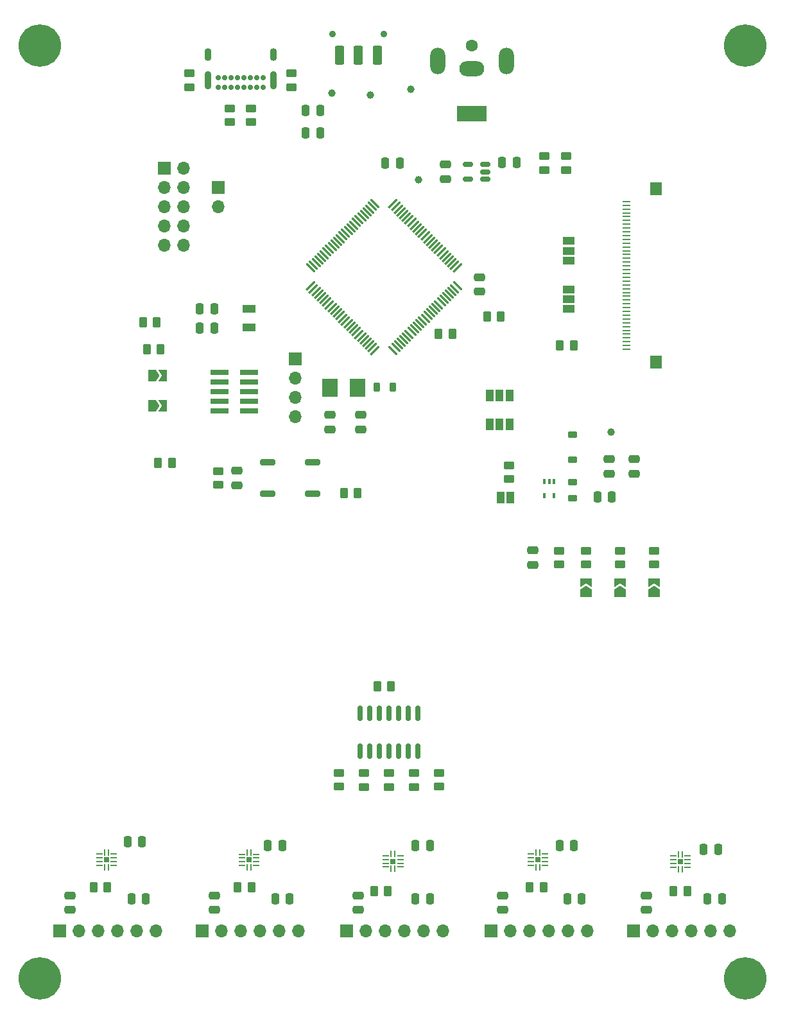
<source format=gbr>
G04 #@! TF.GenerationSoftware,KiCad,Pcbnew,8.0.2*
G04 #@! TF.CreationDate,2024-05-15T00:12:31-07:00*
G04 #@! TF.ProjectId,Flying_Fader,466c7969-6e67-45f4-9661-6465722e6b69,1*
G04 #@! TF.SameCoordinates,Original*
G04 #@! TF.FileFunction,Soldermask,Top*
G04 #@! TF.FilePolarity,Negative*
%FSLAX46Y46*%
G04 Gerber Fmt 4.6, Leading zero omitted, Abs format (unit mm)*
G04 Created by KiCad (PCBNEW 8.0.2) date 2024-05-15 00:12:31*
%MOMM*%
%LPD*%
G01*
G04 APERTURE LIST*
G04 Aperture macros list*
%AMRoundRect*
0 Rectangle with rounded corners*
0 $1 Rounding radius*
0 $2 $3 $4 $5 $6 $7 $8 $9 X,Y pos of 4 corners*
0 Add a 4 corners polygon primitive as box body*
4,1,4,$2,$3,$4,$5,$6,$7,$8,$9,$2,$3,0*
0 Add four circle primitives for the rounded corners*
1,1,$1+$1,$2,$3*
1,1,$1+$1,$4,$5*
1,1,$1+$1,$6,$7*
1,1,$1+$1,$8,$9*
0 Add four rect primitives between the rounded corners*
20,1,$1+$1,$2,$3,$4,$5,0*
20,1,$1+$1,$4,$5,$6,$7,0*
20,1,$1+$1,$6,$7,$8,$9,0*
20,1,$1+$1,$8,$9,$2,$3,0*%
%AMFreePoly0*
4,1,6,1.000000,0.000000,0.500000,-0.750000,-0.500000,-0.750000,-0.500000,0.750000,0.500000,0.750000,1.000000,0.000000,1.000000,0.000000,$1*%
%AMFreePoly1*
4,1,6,0.500000,-0.750000,-0.650000,-0.750000,-0.150000,0.000000,-0.650000,0.750000,0.500000,0.750000,0.500000,-0.750000,0.500000,-0.750000,$1*%
G04 Aperture macros list end*
%ADD10C,5.600000*%
%ADD11RoundRect,0.250000X-0.475000X0.250000X-0.475000X-0.250000X0.475000X-0.250000X0.475000X0.250000X0*%
%ADD12C,0.900000*%
%ADD13RoundRect,0.250000X0.375000X1.000000X-0.375000X1.000000X-0.375000X-1.000000X0.375000X-1.000000X0*%
%ADD14RoundRect,0.250000X-0.250000X-0.475000X0.250000X-0.475000X0.250000X0.475000X-0.250000X0.475000X0*%
%ADD15R,1.700000X1.700000*%
%ADD16O,1.700000X1.700000*%
%ADD17C,1.600000*%
%ADD18R,4.000000X2.000000*%
%ADD19O,3.300000X2.000000*%
%ADD20O,2.000000X3.500000*%
%ADD21RoundRect,0.218750X0.218750X0.381250X-0.218750X0.381250X-0.218750X-0.381250X0.218750X-0.381250X0*%
%ADD22RoundRect,0.250000X0.262500X0.450000X-0.262500X0.450000X-0.262500X-0.450000X0.262500X-0.450000X0*%
%ADD23RoundRect,0.150000X-0.150000X0.825000X-0.150000X-0.825000X0.150000X-0.825000X0.150000X0.825000X0*%
%ADD24RoundRect,0.250000X-0.450000X0.262500X-0.450000X-0.262500X0.450000X-0.262500X0.450000X0.262500X0*%
%ADD25C,1.000000*%
%ADD26RoundRect,0.250000X0.250000X0.475000X-0.250000X0.475000X-0.250000X-0.475000X0.250000X-0.475000X0*%
%ADD27RoundRect,0.200000X0.800000X-0.200000X0.800000X0.200000X-0.800000X0.200000X-0.800000X-0.200000X0*%
%ADD28RoundRect,0.250000X0.475000X-0.250000X0.475000X0.250000X-0.475000X0.250000X-0.475000X-0.250000X0*%
%ADD29R,0.700000X0.700000*%
%ADD30RoundRect,0.062500X-0.062500X-0.350000X0.062500X-0.350000X0.062500X0.350000X-0.062500X0.350000X0*%
%ADD31RoundRect,0.062500X-0.350000X-0.062500X0.350000X-0.062500X0.350000X0.062500X-0.350000X0.062500X0*%
%ADD32RoundRect,0.225000X-0.375000X0.225000X-0.375000X-0.225000X0.375000X-0.225000X0.375000X0.225000X0*%
%ADD33RoundRect,0.250000X-0.262500X-0.450000X0.262500X-0.450000X0.262500X0.450000X-0.262500X0.450000X0*%
%ADD34R,1.500000X1.000000*%
%ADD35FreePoly0,0.000000*%
%ADD36FreePoly1,0.000000*%
%ADD37R,1.000000X1.500000*%
%ADD38R,2.400000X0.740000*%
%ADD39R,1.800000X1.000000*%
%ADD40RoundRect,0.150000X0.512500X0.150000X-0.512500X0.150000X-0.512500X-0.150000X0.512500X-0.150000X0*%
%ADD41RoundRect,0.250000X0.450000X-0.262500X0.450000X0.262500X-0.450000X0.262500X-0.450000X-0.262500X0*%
%ADD42RoundRect,0.075000X-0.459619X-0.565685X0.565685X0.459619X0.459619X0.565685X-0.565685X-0.459619X0*%
%ADD43RoundRect,0.075000X0.459619X-0.565685X0.565685X-0.459619X-0.459619X0.565685X-0.565685X0.459619X0*%
%ADD44FreePoly0,90.000000*%
%ADD45FreePoly1,90.000000*%
%ADD46R,1.100000X0.250000*%
%ADD47R,1.500000X1.700000*%
%ADD48RoundRect,0.218750X0.381250X-0.218750X0.381250X0.218750X-0.381250X0.218750X-0.381250X-0.218750X0*%
%ADD49C,0.700000*%
%ADD50O,0.900000X2.400000*%
%ADD51O,0.900000X1.700000*%
%ADD52R,2.000000X2.400000*%
%ADD53RoundRect,0.100000X-0.100000X0.225000X-0.100000X-0.225000X0.100000X-0.225000X0.100000X0.225000X0*%
G04 APERTURE END LIST*
D10*
X136500000Y-162000000D03*
X43500000Y-162000000D03*
X136500000Y-39000000D03*
X43500000Y-39000000D03*
D11*
X104500000Y-152950000D03*
X104500000Y-151050000D03*
D12*
X88900000Y-37500000D03*
X82100000Y-37500000D03*
D13*
X88000000Y-40250000D03*
X85500000Y-40250000D03*
X83000000Y-40250000D03*
D14*
X113950000Y-144500000D03*
X112050000Y-144500000D03*
D15*
X59939000Y-55123000D03*
D16*
X62479000Y-55123000D03*
X59939000Y-57663000D03*
X62479000Y-57663000D03*
X59939000Y-60203000D03*
X62479000Y-60203000D03*
X59939000Y-62743000D03*
X62479000Y-62743000D03*
X59939000Y-65283000D03*
X62479000Y-65283000D03*
D17*
X100500000Y-39000000D03*
D18*
X100500000Y-48000000D03*
D19*
X100500000Y-42000000D03*
D20*
X105000000Y-41000000D03*
X96000000Y-41000000D03*
D16*
X115736500Y-155760000D03*
X113196500Y-155760000D03*
X110656500Y-155760000D03*
X108116500Y-155760000D03*
X105576500Y-155760000D03*
D15*
X103036500Y-155760000D03*
D21*
X90062500Y-84000000D03*
X87937500Y-84000000D03*
D11*
X108500000Y-105550000D03*
X108500000Y-107450000D03*
X123500000Y-152950000D03*
X123500000Y-151050000D03*
D22*
X104290500Y-74676000D03*
X102465500Y-74676000D03*
D23*
X93384500Y-132008000D03*
X92114500Y-132008000D03*
X90844500Y-132008000D03*
X89574500Y-132008000D03*
X88304500Y-132008000D03*
X87034500Y-132008000D03*
X85764500Y-132008000D03*
X85764500Y-127058000D03*
X87034500Y-127058000D03*
X88304500Y-127058000D03*
X89574500Y-127058000D03*
X90844500Y-127058000D03*
X92114500Y-127058000D03*
X93384500Y-127058000D03*
D22*
X127087500Y-150500000D03*
X128912500Y-150500000D03*
D14*
X93050000Y-151500000D03*
X94950000Y-151500000D03*
D24*
X112000000Y-105587500D03*
X112000000Y-107412500D03*
X86272500Y-136757000D03*
X86272500Y-134932000D03*
D25*
X82042000Y-45212000D03*
D26*
X66482000Y-73660000D03*
X64582000Y-73660000D03*
D11*
X66500000Y-152950000D03*
X66500000Y-151050000D03*
D24*
X67000000Y-95087500D03*
X67000000Y-96912500D03*
D14*
X75450000Y-144500000D03*
X73550000Y-144500000D03*
X104460000Y-54356000D03*
X106360000Y-54356000D03*
D26*
X80450000Y-50500000D03*
X78550000Y-50500000D03*
D27*
X79500000Y-98100000D03*
X79500000Y-93900000D03*
D24*
X124500000Y-105587500D03*
X124500000Y-107412500D03*
D22*
X108087500Y-150000000D03*
X109912500Y-150000000D03*
D14*
X76450000Y-151500000D03*
X74550000Y-151500000D03*
D22*
X69587500Y-150000000D03*
X71412500Y-150000000D03*
D28*
X97028000Y-56576000D03*
X97028000Y-54676000D03*
D27*
X73500000Y-98100000D03*
X73500000Y-93900000D03*
D25*
X93472000Y-56642000D03*
D29*
X52290000Y-146366000D03*
D30*
X52040000Y-145403500D03*
X52540000Y-145403500D03*
D31*
X53252500Y-145616000D03*
X53252500Y-146116000D03*
X53252500Y-146616000D03*
X53252500Y-147116000D03*
D30*
X52540000Y-147328500D03*
X52040000Y-147328500D03*
D31*
X51327500Y-147116000D03*
X51327500Y-146616000D03*
X51327500Y-146116000D03*
X51327500Y-145616000D03*
D11*
X47500000Y-152950000D03*
X47500000Y-151050000D03*
D32*
X113792000Y-90298000D03*
X113792000Y-93598000D03*
D33*
X83587500Y-98000000D03*
X85412500Y-98000000D03*
D16*
X77636500Y-155760000D03*
X75096500Y-155760000D03*
X72556500Y-155760000D03*
X70016500Y-155760000D03*
X67476500Y-155760000D03*
D15*
X64936500Y-155760000D03*
D25*
X87122000Y-45466000D03*
D34*
X113284000Y-73720000D03*
X113284000Y-72420000D03*
X113284000Y-71120000D03*
D22*
X50587500Y-150000000D03*
X52412500Y-150000000D03*
D24*
X89574500Y-136757000D03*
X89574500Y-134932000D03*
X115500000Y-105587500D03*
X115500000Y-107412500D03*
D11*
X85500000Y-152950000D03*
X85500000Y-151050000D03*
D35*
X58275000Y-86500000D03*
D36*
X59725000Y-86500000D03*
D24*
X105410000Y-94337500D03*
X105410000Y-96162500D03*
D26*
X66482000Y-76200000D03*
X64582000Y-76200000D03*
D37*
X104252000Y-98552000D03*
X105552000Y-98552000D03*
D16*
X96686500Y-155760000D03*
X94146500Y-155760000D03*
X91606500Y-155760000D03*
X89066500Y-155760000D03*
X86526500Y-155760000D03*
D15*
X83986500Y-155760000D03*
D38*
X67220000Y-82042000D03*
X71120000Y-82042000D03*
X67220000Y-83312000D03*
X71120000Y-83312000D03*
X67220000Y-84582000D03*
X71120000Y-84582000D03*
X67220000Y-85852000D03*
X71120000Y-85852000D03*
X67220000Y-87122000D03*
X71120000Y-87122000D03*
D22*
X88000000Y-123500000D03*
X89825000Y-123500000D03*
D24*
X68580000Y-47244000D03*
X68580000Y-49069000D03*
D39*
X71120000Y-76180000D03*
X71120000Y-73680000D03*
D33*
X59087500Y-94000000D03*
X60912500Y-94000000D03*
D24*
X120000000Y-105587500D03*
X120000000Y-107412500D03*
D14*
X117050000Y-98500000D03*
X118950000Y-98500000D03*
D11*
X81788000Y-87696000D03*
X81788000Y-89596000D03*
D29*
X71086000Y-146374000D03*
D30*
X70836000Y-145411500D03*
X71336000Y-145411500D03*
D31*
X72048500Y-145624000D03*
X72048500Y-146124000D03*
X72048500Y-146624000D03*
X72048500Y-147124000D03*
D30*
X71336000Y-147336500D03*
X70836000Y-147336500D03*
D31*
X70123500Y-147124000D03*
X70123500Y-146624000D03*
X70123500Y-146124000D03*
X70123500Y-145624000D03*
D33*
X57587500Y-79000000D03*
X59412500Y-79000000D03*
D24*
X110000000Y-53587500D03*
X110000000Y-55412500D03*
D40*
X102229500Y-56576000D03*
X102229500Y-55626000D03*
X102229500Y-54676000D03*
X99954500Y-54676000D03*
X99954500Y-56576000D03*
D16*
X134532500Y-155760000D03*
X131992500Y-155760000D03*
X129452500Y-155760000D03*
X126912500Y-155760000D03*
X124372500Y-155760000D03*
D15*
X121832500Y-155760000D03*
D41*
X76708000Y-44450000D03*
X76708000Y-42625000D03*
D24*
X96178500Y-136710000D03*
X96178500Y-134885000D03*
D42*
X79230315Y-70684404D03*
X79583868Y-71037957D03*
X79937422Y-71391511D03*
X80290975Y-71745064D03*
X80644528Y-72098617D03*
X80998082Y-72452171D03*
X81351635Y-72805724D03*
X81705189Y-73159278D03*
X82058742Y-73512831D03*
X82412295Y-73866384D03*
X82765849Y-74219938D03*
X83119402Y-74573491D03*
X83472955Y-74927045D03*
X83826509Y-75280598D03*
X84180062Y-75634151D03*
X84533616Y-75987705D03*
X84887169Y-76341258D03*
X85240722Y-76694811D03*
X85594276Y-77048365D03*
X85947829Y-77401918D03*
X86301383Y-77755472D03*
X86654936Y-78109025D03*
X87008489Y-78462578D03*
X87362043Y-78816132D03*
X87715596Y-79169685D03*
D43*
X90084404Y-79169685D03*
X90437957Y-78816132D03*
X90791511Y-78462578D03*
X91145064Y-78109025D03*
X91498617Y-77755472D03*
X91852171Y-77401918D03*
X92205724Y-77048365D03*
X92559278Y-76694811D03*
X92912831Y-76341258D03*
X93266384Y-75987705D03*
X93619938Y-75634151D03*
X93973491Y-75280598D03*
X94327045Y-74927045D03*
X94680598Y-74573491D03*
X95034151Y-74219938D03*
X95387705Y-73866384D03*
X95741258Y-73512831D03*
X96094811Y-73159278D03*
X96448365Y-72805724D03*
X96801918Y-72452171D03*
X97155472Y-72098617D03*
X97509025Y-71745064D03*
X97862578Y-71391511D03*
X98216132Y-71037957D03*
X98569685Y-70684404D03*
D42*
X98569685Y-68315596D03*
X98216132Y-67962043D03*
X97862578Y-67608489D03*
X97509025Y-67254936D03*
X97155472Y-66901383D03*
X96801918Y-66547829D03*
X96448365Y-66194276D03*
X96094811Y-65840722D03*
X95741258Y-65487169D03*
X95387705Y-65133616D03*
X95034151Y-64780062D03*
X94680598Y-64426509D03*
X94327045Y-64072955D03*
X93973491Y-63719402D03*
X93619938Y-63365849D03*
X93266384Y-63012295D03*
X92912831Y-62658742D03*
X92559278Y-62305189D03*
X92205724Y-61951635D03*
X91852171Y-61598082D03*
X91498617Y-61244528D03*
X91145064Y-60890975D03*
X90791511Y-60537422D03*
X90437957Y-60183868D03*
X90084404Y-59830315D03*
D43*
X87715596Y-59830315D03*
X87362043Y-60183868D03*
X87008489Y-60537422D03*
X86654936Y-60890975D03*
X86301383Y-61244528D03*
X85947829Y-61598082D03*
X85594276Y-61951635D03*
X85240722Y-62305189D03*
X84887169Y-62658742D03*
X84533616Y-63012295D03*
X84180062Y-63365849D03*
X83826509Y-63719402D03*
X83472955Y-64072955D03*
X83119402Y-64426509D03*
X82765849Y-64780062D03*
X82412295Y-65133616D03*
X82058742Y-65487169D03*
X81705189Y-65840722D03*
X81351635Y-66194276D03*
X80998082Y-66547829D03*
X80644528Y-66901383D03*
X80290975Y-67254936D03*
X79937422Y-67608489D03*
X79583868Y-67962043D03*
X79230315Y-68315596D03*
D28*
X118618000Y-95438000D03*
X118618000Y-93538000D03*
D14*
X131550000Y-151500000D03*
X133450000Y-151500000D03*
D44*
X120000000Y-111225000D03*
D45*
X120000000Y-109775000D03*
D37*
X105440000Y-88900000D03*
X104140000Y-88900000D03*
X102840000Y-88900000D03*
D22*
X87587500Y-150500000D03*
X89412500Y-150500000D03*
X113912500Y-78500000D03*
X112087500Y-78500000D03*
D44*
X124500000Y-111225000D03*
D45*
X124500000Y-109775000D03*
D33*
X57087500Y-75500000D03*
X58912500Y-75500000D03*
D14*
X114950000Y-151500000D03*
X113050000Y-151500000D03*
D37*
X105440000Y-85090000D03*
X104140000Y-85090000D03*
X102840000Y-85090000D03*
D46*
X120886000Y-79040000D03*
X120886000Y-78540000D03*
X120886000Y-78040000D03*
X120886000Y-77540000D03*
X120886000Y-77040000D03*
X120886000Y-76540000D03*
X120886000Y-76040000D03*
X120886000Y-75540000D03*
X120886000Y-75040000D03*
X120886000Y-74540000D03*
X120886000Y-74040000D03*
X120886000Y-73540000D03*
X120886000Y-73040000D03*
X120886000Y-72540000D03*
X120886000Y-72040000D03*
X120886000Y-71540000D03*
X120886000Y-71040000D03*
X120886000Y-70540000D03*
X120886000Y-70040000D03*
X120886000Y-69540000D03*
X120886000Y-69040000D03*
X120886000Y-68540000D03*
X120886000Y-68040000D03*
X120886000Y-67540000D03*
X120886000Y-67040000D03*
X120886000Y-66540000D03*
X120886000Y-66040000D03*
X120886000Y-65540000D03*
X120886000Y-65040000D03*
X120886000Y-64540000D03*
X120886000Y-64040000D03*
X120886000Y-63540000D03*
X120886000Y-63040000D03*
X120886000Y-62540000D03*
X120886000Y-62040000D03*
X120886000Y-61540000D03*
X120886000Y-61040000D03*
X120886000Y-60540000D03*
X120886000Y-60040000D03*
X120886000Y-59540000D03*
D47*
X124786000Y-80690000D03*
X124786000Y-57890000D03*
D29*
X90086500Y-146562500D03*
D30*
X89836500Y-145600000D03*
X90336500Y-145600000D03*
D31*
X91049000Y-145812500D03*
X91049000Y-146312500D03*
X91049000Y-146812500D03*
X91049000Y-147312500D03*
D30*
X90336500Y-147525000D03*
X89836500Y-147525000D03*
D31*
X89124000Y-147312500D03*
X89124000Y-146812500D03*
X89124000Y-146312500D03*
X89124000Y-145812500D03*
D48*
X113792000Y-98645000D03*
X113792000Y-96520000D03*
D14*
X94950000Y-144500000D03*
X93050000Y-144500000D03*
D41*
X71374000Y-49069000D03*
X71374000Y-47244000D03*
D44*
X115500000Y-111225000D03*
D45*
X115500000Y-109775000D03*
D49*
X72975000Y-44525000D03*
X72125000Y-44525000D03*
X71275000Y-44525000D03*
X70425000Y-44525000D03*
X69575000Y-44525000D03*
X68725000Y-44525000D03*
X67875000Y-44525000D03*
X67025000Y-44525000D03*
X67025000Y-43175000D03*
X67875000Y-43175000D03*
X68725000Y-43175000D03*
X69575000Y-43175000D03*
X70425000Y-43175000D03*
X71275000Y-43175000D03*
X72125000Y-43175000D03*
X72975000Y-43175000D03*
D50*
X74325000Y-43545000D03*
D51*
X74325000Y-40165000D03*
D50*
X65675000Y-43545000D03*
D51*
X65675000Y-40165000D03*
D25*
X118872000Y-89916000D03*
D34*
X113284000Y-67340000D03*
X113284000Y-66040000D03*
X113284000Y-64740000D03*
D24*
X112950000Y-53587500D03*
X112950000Y-55412500D03*
D25*
X92456000Y-44704000D03*
D52*
X81716000Y-84074000D03*
X85416000Y-84074000D03*
D15*
X67000000Y-57725000D03*
D16*
X67000000Y-60265000D03*
D29*
X127982000Y-146616000D03*
D30*
X127732000Y-145653500D03*
X128232000Y-145653500D03*
D31*
X128944500Y-145866000D03*
X128944500Y-146366000D03*
X128944500Y-146866000D03*
X128944500Y-147366000D03*
D30*
X128232000Y-147578500D03*
X127732000Y-147578500D03*
D31*
X127019500Y-147366000D03*
X127019500Y-146866000D03*
X127019500Y-146366000D03*
X127019500Y-145866000D03*
D33*
X96087500Y-77000000D03*
X97912500Y-77000000D03*
D26*
X90950000Y-54500000D03*
X89050000Y-54500000D03*
D35*
X58275000Y-82500000D03*
D36*
X59725000Y-82500000D03*
D26*
X80450000Y-47500000D03*
X78550000Y-47500000D03*
D14*
X57450000Y-151500000D03*
X55550000Y-151500000D03*
D24*
X82970500Y-136710000D03*
X82970500Y-134885000D03*
D14*
X56950000Y-144000000D03*
X55050000Y-144000000D03*
D28*
X121920000Y-95438000D03*
X121920000Y-93538000D03*
D16*
X58840500Y-155760000D03*
X56300500Y-155760000D03*
X53760500Y-155760000D03*
X51220500Y-155760000D03*
X48680500Y-155760000D03*
D15*
X46140500Y-155760000D03*
D24*
X63246000Y-42625000D03*
X63246000Y-44450000D03*
D28*
X101500000Y-71450000D03*
X101500000Y-69550000D03*
D14*
X132950000Y-145000000D03*
X131050000Y-145000000D03*
D15*
X77216000Y-80264000D03*
D16*
X77216000Y-82804000D03*
X77216000Y-85344000D03*
X77216000Y-87884000D03*
D53*
X111328000Y-96444000D03*
X110678000Y-96444000D03*
X110028000Y-96444000D03*
X110028000Y-98344000D03*
X111328000Y-98344000D03*
D28*
X69500000Y-96950000D03*
X69500000Y-95050000D03*
D24*
X92876500Y-136757000D03*
X92876500Y-134932000D03*
D29*
X109186000Y-146366000D03*
D30*
X108936000Y-145403500D03*
X109436000Y-145403500D03*
D31*
X110148500Y-145616000D03*
X110148500Y-146116000D03*
X110148500Y-146616000D03*
X110148500Y-147116000D03*
D30*
X109436000Y-147328500D03*
X108936000Y-147328500D03*
D31*
X108223500Y-147116000D03*
X108223500Y-146616000D03*
X108223500Y-146116000D03*
X108223500Y-145616000D03*
D11*
X85852000Y-87696000D03*
X85852000Y-89596000D03*
M02*

</source>
